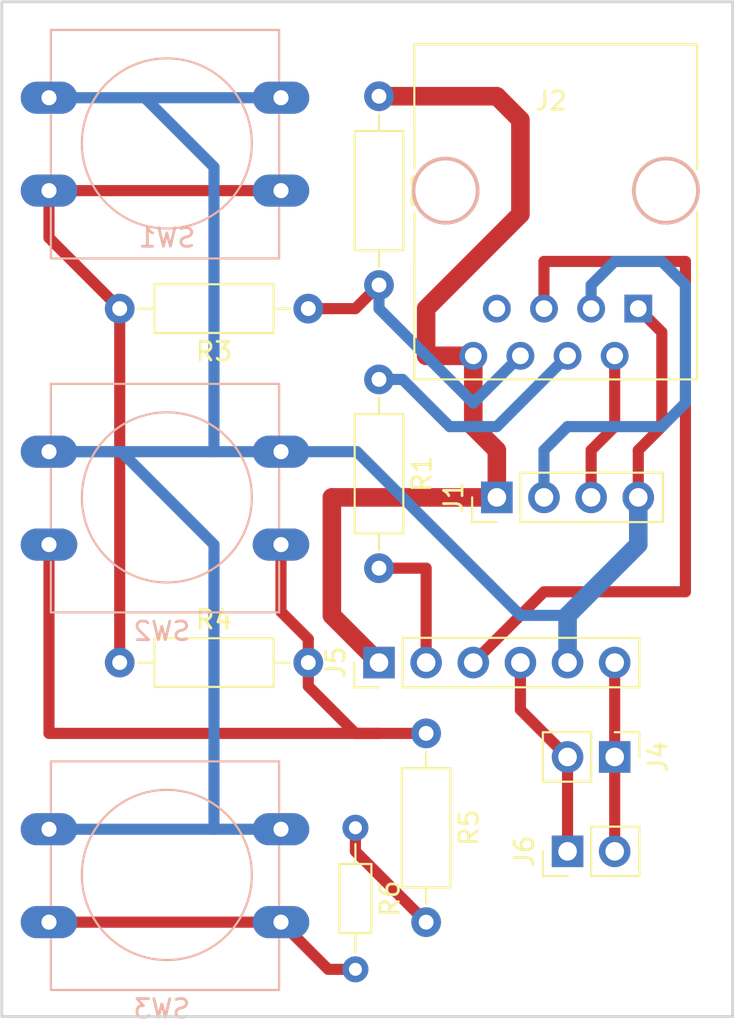
<source format=kicad_pcb>
(kicad_pcb (version 4) (host pcbnew 4.0.7-e2-6376~58~ubuntu16.04.1)

  (general
    (links 31)
    (no_connects 0)
    (area 90.094999 82.474999 129.615001 137.235001)
    (thickness 1.6)
    (drawings 9)
    (tracks 85)
    (zones 0)
    (modules 14)
    (nets 16)
  )

  (page A4)
  (layers
    (0 F.Cu signal)
    (31 B.Cu signal)
    (32 B.Adhes user)
    (33 F.Adhes user)
    (34 B.Paste user)
    (35 F.Paste user)
    (36 B.SilkS user)
    (37 F.SilkS user)
    (38 B.Mask user)
    (39 F.Mask user)
    (40 Dwgs.User user)
    (41 Cmts.User user)
    (42 Eco1.User user)
    (43 Eco2.User user)
    (44 Edge.Cuts user)
    (45 Margin user)
    (46 B.CrtYd user)
    (47 F.CrtYd user)
    (48 B.Fab user)
    (49 F.Fab user)
  )

  (setup
    (last_trace_width 0.6)
    (trace_clearance 0.6)
    (zone_clearance 0.508)
    (zone_45_only no)
    (trace_min 0.6)
    (segment_width 0.2)
    (edge_width 0.15)
    (via_size 0.6)
    (via_drill 0.3)
    (via_min_size 0.6)
    (via_min_drill 0.3)
    (uvia_size 0.4)
    (uvia_drill 0.3)
    (uvias_allowed no)
    (uvia_min_size 0.4)
    (uvia_min_drill 0.3)
    (pcb_text_width 0.3)
    (pcb_text_size 1.5 1.5)
    (mod_edge_width 0.15)
    (mod_text_size 1 1)
    (mod_text_width 0.15)
    (pad_size 1.524 1.524)
    (pad_drill 0.762)
    (pad_to_mask_clearance 0.2)
    (aux_axis_origin 90.17 149.86)
    (visible_elements FFFFFF7F)
    (pcbplotparams
      (layerselection 0x00030_80000001)
      (usegerberextensions false)
      (excludeedgelayer true)
      (linewidth 0.100000)
      (plotframeref false)
      (viasonmask false)
      (mode 1)
      (useauxorigin false)
      (hpglpennumber 1)
      (hpglpenspeed 20)
      (hpglpendiameter 15)
      (hpglpenoverlay 2)
      (psnegative false)
      (psa4output false)
      (plotreference true)
      (plotvalue true)
      (plotinvisibletext false)
      (padsonsilk false)
      (subtractmaskfromsilk false)
      (outputformat 1)
      (mirror false)
      (drillshape 1)
      (scaleselection 1)
      (outputdirectory ""))
  )

  (net 0 "")
  (net 1 +5V)
  (net 2 "Net-(J1-Pad2)")
  (net 3 "Net-(J1-Pad3)")
  (net 4 GND)
  (net 5 "Net-(J2-Pad4)")
  (net 6 "Net-(J2-Pad5)")
  (net 7 A0)
  (net 8 "Net-(J2-Pad7)")
  (net 9 "Net-(J5-Pad2)")
  (net 10 "Net-(R3-Pad2)")
  (net 11 "Net-(R4-Pad2)")
  (net 12 "Net-(R5-Pad2)")
  (net 13 "Net-(R6-Pad2)")
  (net 14 SPK+)
  (net 15 SPK-)

  (net_class Default "This is the default net class."
    (clearance 0.6)
    (trace_width 0.6)
    (via_dia 0.6)
    (via_drill 0.3)
    (uvia_dia 0.4)
    (uvia_drill 0.3)
    (add_net A0)
    (add_net "Net-(J1-Pad2)")
    (add_net "Net-(J1-Pad3)")
    (add_net "Net-(J2-Pad4)")
    (add_net "Net-(J2-Pad5)")
    (add_net "Net-(J2-Pad7)")
    (add_net "Net-(J5-Pad2)")
    (add_net "Net-(R3-Pad2)")
    (add_net "Net-(R4-Pad2)")
    (add_net "Net-(R5-Pad2)")
    (add_net "Net-(R6-Pad2)")
    (add_net SPK+)
    (add_net SPK-)
  )

  (net_class PWR ""
    (clearance 0.6)
    (trace_width 0.6)
    (via_dia 0.6)
    (via_drill 0.3)
    (uvia_dia 0.4)
    (uvia_drill 0.3)
    (add_net +5V)
    (add_net GND)
  )

  (module Buttons_Switches_THT:SW_PUSH-12mm (layer B.Cu) (tedit 5A18E431) (tstamp 5A18D4EB)
    (at 92.71 132.08)
    (descr "SW PUSH 12mm https://www.e-switch.com/system/asset/product_line/data_sheet/143/TL1100.pdf")
    (tags "tact sw push 12mm")
    (path /5A18DB65)
    (fp_text reference SW3 (at 6.08 4.66) (layer B.SilkS)
      (effects (font (size 1 1) (thickness 0.15)) (justify mirror))
    )
    (fp_text value SW_SELECT (at 6.35 -7.62) (layer B.Fab)
      (effects (font (size 1 1) (thickness 0.15)) (justify mirror))
    )
    (fp_line (start 0.25 -8.5) (end 12.25 -8.5) (layer B.Fab) (width 0.1))
    (fp_line (start 0.25 3.5) (end 12.25 3.5) (layer B.Fab) (width 0.1))
    (fp_line (start 12.25 3.5) (end 12.25 -8.5) (layer B.Fab) (width 0.1))
    (fp_text user %R (at 6.35 -2.54) (layer B.Fab)
      (effects (font (size 1 1) (thickness 0.15)) (justify mirror))
    )
    (fp_line (start 0.1 3.65) (end 12.4 3.65) (layer B.SilkS) (width 0.12))
    (fp_line (start 12.4 -0.93) (end 12.4 -4.07) (layer B.SilkS) (width 0.12))
    (fp_line (start 12.4 -8.65) (end 0.1 -8.65) (layer B.SilkS) (width 0.12))
    (fp_line (start 0.1 0.93) (end 0.1 3.65) (layer B.SilkS) (width 0.12))
    (fp_line (start -1.77 3.75) (end 14.25 3.75) (layer B.CrtYd) (width 0.05))
    (fp_line (start -1.77 3.75) (end -1.77 -8.75) (layer B.CrtYd) (width 0.05))
    (fp_line (start 14.25 -8.75) (end 14.25 3.75) (layer B.CrtYd) (width 0.05))
    (fp_line (start 14.25 -8.75) (end -1.77 -8.75) (layer B.CrtYd) (width 0.05))
    (fp_circle (center 6.35 -2.54) (end 10.16 -5.08) (layer B.SilkS) (width 0.12))
    (fp_line (start 0.25 3.5) (end 0.25 -8.5) (layer B.Fab) (width 0.1))
    (fp_line (start 0.1 -8.65) (end 0.1 -5.93) (layer B.SilkS) (width 0.12))
    (fp_line (start 0.1 -4.07) (end 0.1 -0.93) (layer B.SilkS) (width 0.12))
    (fp_line (start 12.4 -5.93) (end 12.4 -8.65) (layer B.SilkS) (width 0.12))
    (fp_line (start 12.4 3.65) (end 12.4 0.93) (layer B.SilkS) (width 0.12))
    (pad 1 thru_hole oval (at 12.5 0) (size 3.048 1.7272) (drill 0.8128) (layers *.Cu *.Mask)
      (net 13 "Net-(R6-Pad2)"))
    (pad 2 thru_hole oval (at 12.5 -5) (size 3.048 1.7272) (drill 0.8128) (layers *.Cu *.Mask)
      (net 4 GND))
    (pad 1 thru_hole oval (at 0 0) (size 3.048 1.7272) (drill 0.8128) (layers *.Cu *.Mask)
      (net 13 "Net-(R6-Pad2)"))
    (pad 2 thru_hole oval (at 0 -5) (size 3.048 1.7272) (drill 0.8128) (layers *.Cu *.Mask)
      (net 4 GND))
    (model ${KISYS3DMOD}/Buttons_Switches_THT.3dshapes/SW_PUSH-12mm.wrl
      (at (xyz 0.248 -0.1 0))
      (scale (xyz 3.93701 3.93701 3.93701))
      (rotate (xyz 0 0 0))
    )
  )

  (module Buttons_Switches_THT:SW_PUSH-12mm (layer B.Cu) (tedit 5A18E43C) (tstamp 5A18D4E3)
    (at 92.71 111.76)
    (descr "SW PUSH 12mm https://www.e-switch.com/system/asset/product_line/data_sheet/143/TL1100.pdf")
    (tags "tact sw push 12mm")
    (path /5A18D957)
    (fp_text reference SW2 (at 6.08 4.66) (layer B.SilkS)
      (effects (font (size 1 1) (thickness 0.15)) (justify mirror))
    )
    (fp_text value SW_DOWN (at 3.81 -7.62) (layer B.Fab)
      (effects (font (size 1 1) (thickness 0.15)) (justify mirror))
    )
    (fp_line (start 0.25 -8.5) (end 12.25 -8.5) (layer B.Fab) (width 0.1))
    (fp_line (start 0.25 3.5) (end 12.25 3.5) (layer B.Fab) (width 0.1))
    (fp_line (start 12.25 3.5) (end 12.25 -8.5) (layer B.Fab) (width 0.1))
    (fp_text user %R (at 6.35 -2.54) (layer B.Fab)
      (effects (font (size 1 1) (thickness 0.15)) (justify mirror))
    )
    (fp_line (start 0.1 3.65) (end 12.4 3.65) (layer B.SilkS) (width 0.12))
    (fp_line (start 12.4 -0.93) (end 12.4 -4.07) (layer B.SilkS) (width 0.12))
    (fp_line (start 12.4 -8.65) (end 0.1 -8.65) (layer B.SilkS) (width 0.12))
    (fp_line (start 0.1 0.93) (end 0.1 3.65) (layer B.SilkS) (width 0.12))
    (fp_line (start -1.77 3.75) (end 14.25 3.75) (layer B.CrtYd) (width 0.05))
    (fp_line (start -1.77 3.75) (end -1.77 -8.75) (layer B.CrtYd) (width 0.05))
    (fp_line (start 14.25 -8.75) (end 14.25 3.75) (layer B.CrtYd) (width 0.05))
    (fp_line (start 14.25 -8.75) (end -1.77 -8.75) (layer B.CrtYd) (width 0.05))
    (fp_circle (center 6.35 -2.54) (end 10.16 -5.08) (layer B.SilkS) (width 0.12))
    (fp_line (start 0.25 3.5) (end 0.25 -8.5) (layer B.Fab) (width 0.1))
    (fp_line (start 0.1 -8.65) (end 0.1 -5.93) (layer B.SilkS) (width 0.12))
    (fp_line (start 0.1 -4.07) (end 0.1 -0.93) (layer B.SilkS) (width 0.12))
    (fp_line (start 12.4 -5.93) (end 12.4 -8.65) (layer B.SilkS) (width 0.12))
    (fp_line (start 12.4 3.65) (end 12.4 0.93) (layer B.SilkS) (width 0.12))
    (pad 1 thru_hole oval (at 12.5 0) (size 3.048 1.7272) (drill 0.8128) (layers *.Cu *.Mask)
      (net 11 "Net-(R4-Pad2)"))
    (pad 2 thru_hole oval (at 12.5 -5) (size 3.048 1.7272) (drill 0.8128) (layers *.Cu *.Mask)
      (net 4 GND))
    (pad 1 thru_hole oval (at 0 0) (size 3.048 1.7272) (drill 0.8128) (layers *.Cu *.Mask)
      (net 11 "Net-(R4-Pad2)"))
    (pad 2 thru_hole oval (at 0 -5) (size 3.048 1.7272) (drill 0.8128) (layers *.Cu *.Mask)
      (net 4 GND))
    (model ${KISYS3DMOD}/Buttons_Switches_THT.3dshapes/SW_PUSH-12mm.wrl
      (at (xyz 0.248 -0.1 0))
      (scale (xyz 3.93701 3.93701 3.93701))
      (rotate (xyz 0 0 0))
    )
  )

  (module Pin_Headers:Pin_Header_Straight_1x04_Pitch2.54mm (layer F.Cu) (tedit 59650532) (tstamp 5A18D48B)
    (at 116.84 109.22 90)
    (descr "Through hole straight pin header, 1x04, 2.54mm pitch, single row")
    (tags "Through hole pin header THT 1x04 2.54mm single row")
    (path /5A18D024)
    (fp_text reference J1 (at 0 -2.33 90) (layer F.SilkS)
      (effects (font (size 1 1) (thickness 0.15)))
    )
    (fp_text value OLED (at 0 9.95 90) (layer F.Fab)
      (effects (font (size 1 1) (thickness 0.15)))
    )
    (fp_line (start -0.635 -1.27) (end 1.27 -1.27) (layer F.Fab) (width 0.1))
    (fp_line (start 1.27 -1.27) (end 1.27 8.89) (layer F.Fab) (width 0.1))
    (fp_line (start 1.27 8.89) (end -1.27 8.89) (layer F.Fab) (width 0.1))
    (fp_line (start -1.27 8.89) (end -1.27 -0.635) (layer F.Fab) (width 0.1))
    (fp_line (start -1.27 -0.635) (end -0.635 -1.27) (layer F.Fab) (width 0.1))
    (fp_line (start -1.33 8.95) (end 1.33 8.95) (layer F.SilkS) (width 0.12))
    (fp_line (start -1.33 1.27) (end -1.33 8.95) (layer F.SilkS) (width 0.12))
    (fp_line (start 1.33 1.27) (end 1.33 8.95) (layer F.SilkS) (width 0.12))
    (fp_line (start -1.33 1.27) (end 1.33 1.27) (layer F.SilkS) (width 0.12))
    (fp_line (start -1.33 0) (end -1.33 -1.33) (layer F.SilkS) (width 0.12))
    (fp_line (start -1.33 -1.33) (end 0 -1.33) (layer F.SilkS) (width 0.12))
    (fp_line (start -1.8 -1.8) (end -1.8 9.4) (layer F.CrtYd) (width 0.05))
    (fp_line (start -1.8 9.4) (end 1.8 9.4) (layer F.CrtYd) (width 0.05))
    (fp_line (start 1.8 9.4) (end 1.8 -1.8) (layer F.CrtYd) (width 0.05))
    (fp_line (start 1.8 -1.8) (end -1.8 -1.8) (layer F.CrtYd) (width 0.05))
    (fp_text user %R (at 0 3.81 180) (layer F.Fab)
      (effects (font (size 1 1) (thickness 0.15)))
    )
    (pad 1 thru_hole rect (at 0 0 90) (size 1.7 1.7) (drill 1) (layers *.Cu *.Mask)
      (net 1 +5V))
    (pad 2 thru_hole oval (at 0 2.54 90) (size 1.7 1.7) (drill 1) (layers *.Cu *.Mask)
      (net 2 "Net-(J1-Pad2)"))
    (pad 3 thru_hole oval (at 0 5.08 90) (size 1.7 1.7) (drill 1) (layers *.Cu *.Mask)
      (net 3 "Net-(J1-Pad3)"))
    (pad 4 thru_hole oval (at 0 7.62 90) (size 1.7 1.7) (drill 1) (layers *.Cu *.Mask)
      (net 4 GND))
    (model ${KISYS3DMOD}/Pin_Headers.3dshapes/Pin_Header_Straight_1x04_Pitch2.54mm.wrl
      (at (xyz 0 0 0))
      (scale (xyz 1 1 1))
      (rotate (xyz 0 0 0))
    )
  )

  (module Connectors:RJ45_8 (layer F.Cu) (tedit 0) (tstamp 5A18D499)
    (at 124.46 99.06 180)
    (tags RJ45)
    (path /5A18D069)
    (fp_text reference J2 (at 4.7 11.18 180) (layer F.SilkS)
      (effects (font (size 1 1) (thickness 0.15)))
    )
    (fp_text value TOMAIN (at 4.59 6.25 180) (layer F.Fab)
      (effects (font (size 1 1) (thickness 0.15)))
    )
    (fp_line (start -3.17 14.22) (end 12.07 14.22) (layer F.SilkS) (width 0.12))
    (fp_line (start 12.07 -3.81) (end 12.06 5.18) (layer F.SilkS) (width 0.12))
    (fp_line (start 12.07 -3.81) (end -3.17 -3.81) (layer F.SilkS) (width 0.12))
    (fp_line (start -3.17 -3.81) (end -3.17 5.19) (layer F.SilkS) (width 0.12))
    (fp_line (start 12.06 7.52) (end 12.07 14.22) (layer F.SilkS) (width 0.12))
    (fp_line (start -3.17 7.51) (end -3.17 14.22) (layer F.SilkS) (width 0.12))
    (fp_line (start -3.56 -4.06) (end 12.46 -4.06) (layer F.CrtYd) (width 0.05))
    (fp_line (start -3.56 -4.06) (end -3.56 14.47) (layer F.CrtYd) (width 0.05))
    (fp_line (start 12.46 14.47) (end 12.46 -4.06) (layer F.CrtYd) (width 0.05))
    (fp_line (start 12.46 14.47) (end -3.56 14.47) (layer F.CrtYd) (width 0.05))
    (pad Hole np_thru_hole circle (at 10.38 6.35 180) (size 3.65 3.65) (drill 3.25) (layers *.Cu *.SilkS *.Mask))
    (pad Hole np_thru_hole circle (at -1.49 6.35 180) (size 3.65 3.65) (drill 3.25) (layers *.Cu *.SilkS *.Mask))
    (pad 1 thru_hole rect (at 0 0 180) (size 1.5 1.5) (drill 0.9) (layers *.Cu *.Mask)
      (net 4 GND))
    (pad 2 thru_hole circle (at 1.27 -2.54 180) (size 1.5 1.5) (drill 0.9) (layers *.Cu *.Mask)
      (net 3 "Net-(J1-Pad3)"))
    (pad 3 thru_hole circle (at 2.54 0 180) (size 1.5 1.5) (drill 0.9) (layers *.Cu *.Mask)
      (net 2 "Net-(J1-Pad2)"))
    (pad 4 thru_hole circle (at 3.81 -2.54 180) (size 1.5 1.5) (drill 0.9) (layers *.Cu *.Mask)
      (net 5 "Net-(J2-Pad4)"))
    (pad 5 thru_hole circle (at 5.08 0 180) (size 1.5 1.5) (drill 0.9) (layers *.Cu *.Mask)
      (net 6 "Net-(J2-Pad5)"))
    (pad 6 thru_hole circle (at 6.35 -2.54 180) (size 1.5 1.5) (drill 0.9) (layers *.Cu *.Mask)
      (net 7 A0))
    (pad 7 thru_hole circle (at 7.62 0 180) (size 1.5 1.5) (drill 0.9) (layers *.Cu *.Mask)
      (net 8 "Net-(J2-Pad7)"))
    (pad 8 thru_hole circle (at 8.89 -2.54 180) (size 1.5 1.5) (drill 0.9) (layers *.Cu *.Mask)
      (net 1 +5V))
    (model ${KISYS3DMOD}/Connectors.3dshapes/RJ45_8.wrl
      (at (xyz 0.18 -0.25 0))
      (scale (xyz 0.4 0.4 0.4))
      (rotate (xyz 0 0 0))
    )
  )

  (module Pin_Headers:Pin_Header_Straight_1x02_Pitch2.54mm (layer F.Cu) (tedit 59650532) (tstamp 5A18D49F)
    (at 123.19 123.19 270)
    (descr "Through hole straight pin header, 1x02, 2.54mm pitch, single row")
    (tags "Through hole pin header THT 1x02 2.54mm single row")
    (path /5A18CFD7)
    (fp_text reference J4 (at 0 -2.33 270) (layer F.SilkS)
      (effects (font (size 1 1) (thickness 0.15)))
    )
    (fp_text value SPK (at 0 4.87 270) (layer F.Fab)
      (effects (font (size 1 1) (thickness 0.15)))
    )
    (fp_line (start -0.635 -1.27) (end 1.27 -1.27) (layer F.Fab) (width 0.1))
    (fp_line (start 1.27 -1.27) (end 1.27 3.81) (layer F.Fab) (width 0.1))
    (fp_line (start 1.27 3.81) (end -1.27 3.81) (layer F.Fab) (width 0.1))
    (fp_line (start -1.27 3.81) (end -1.27 -0.635) (layer F.Fab) (width 0.1))
    (fp_line (start -1.27 -0.635) (end -0.635 -1.27) (layer F.Fab) (width 0.1))
    (fp_line (start -1.33 3.87) (end 1.33 3.87) (layer F.SilkS) (width 0.12))
    (fp_line (start -1.33 1.27) (end -1.33 3.87) (layer F.SilkS) (width 0.12))
    (fp_line (start 1.33 1.27) (end 1.33 3.87) (layer F.SilkS) (width 0.12))
    (fp_line (start -1.33 1.27) (end 1.33 1.27) (layer F.SilkS) (width 0.12))
    (fp_line (start -1.33 0) (end -1.33 -1.33) (layer F.SilkS) (width 0.12))
    (fp_line (start -1.33 -1.33) (end 0 -1.33) (layer F.SilkS) (width 0.12))
    (fp_line (start -1.8 -1.8) (end -1.8 4.35) (layer F.CrtYd) (width 0.05))
    (fp_line (start -1.8 4.35) (end 1.8 4.35) (layer F.CrtYd) (width 0.05))
    (fp_line (start 1.8 4.35) (end 1.8 -1.8) (layer F.CrtYd) (width 0.05))
    (fp_line (start 1.8 -1.8) (end -1.8 -1.8) (layer F.CrtYd) (width 0.05))
    (fp_text user %R (at 0 1.27 360) (layer F.Fab)
      (effects (font (size 1 1) (thickness 0.15)))
    )
    (pad 1 thru_hole rect (at 0 0 270) (size 1.7 1.7) (drill 1) (layers *.Cu *.Mask)
      (net 15 SPK-))
    (pad 2 thru_hole oval (at 0 2.54 270) (size 1.7 1.7) (drill 1) (layers *.Cu *.Mask)
      (net 14 SPK+))
    (model ${KISYS3DMOD}/Pin_Headers.3dshapes/Pin_Header_Straight_1x02_Pitch2.54mm.wrl
      (at (xyz 0 0 0))
      (scale (xyz 1 1 1))
      (rotate (xyz 0 0 0))
    )
  )

  (module Pin_Headers:Pin_Header_Straight_1x06_Pitch2.54mm (layer F.Cu) (tedit 59650532) (tstamp 5A18D4A9)
    (at 110.49 118.11 90)
    (descr "Through hole straight pin header, 1x06, 2.54mm pitch, single row")
    (tags "Through hole pin header THT 1x06 2.54mm single row")
    (path /5A18D158)
    (fp_text reference J5 (at 0 -2.33 90) (layer F.SilkS)
      (effects (font (size 1 1) (thickness 0.15)))
    )
    (fp_text value DFP (at 0 15.03 90) (layer F.Fab)
      (effects (font (size 1 1) (thickness 0.15)))
    )
    (fp_line (start -0.635 -1.27) (end 1.27 -1.27) (layer F.Fab) (width 0.1))
    (fp_line (start 1.27 -1.27) (end 1.27 13.97) (layer F.Fab) (width 0.1))
    (fp_line (start 1.27 13.97) (end -1.27 13.97) (layer F.Fab) (width 0.1))
    (fp_line (start -1.27 13.97) (end -1.27 -0.635) (layer F.Fab) (width 0.1))
    (fp_line (start -1.27 -0.635) (end -0.635 -1.27) (layer F.Fab) (width 0.1))
    (fp_line (start -1.33 14.03) (end 1.33 14.03) (layer F.SilkS) (width 0.12))
    (fp_line (start -1.33 1.27) (end -1.33 14.03) (layer F.SilkS) (width 0.12))
    (fp_line (start 1.33 1.27) (end 1.33 14.03) (layer F.SilkS) (width 0.12))
    (fp_line (start -1.33 1.27) (end 1.33 1.27) (layer F.SilkS) (width 0.12))
    (fp_line (start -1.33 0) (end -1.33 -1.33) (layer F.SilkS) (width 0.12))
    (fp_line (start -1.33 -1.33) (end 0 -1.33) (layer F.SilkS) (width 0.12))
    (fp_line (start -1.8 -1.8) (end -1.8 14.5) (layer F.CrtYd) (width 0.05))
    (fp_line (start -1.8 14.5) (end 1.8 14.5) (layer F.CrtYd) (width 0.05))
    (fp_line (start 1.8 14.5) (end 1.8 -1.8) (layer F.CrtYd) (width 0.05))
    (fp_line (start 1.8 -1.8) (end -1.8 -1.8) (layer F.CrtYd) (width 0.05))
    (fp_text user %R (at 0 6.35 180) (layer F.Fab)
      (effects (font (size 1 1) (thickness 0.15)))
    )
    (pad 1 thru_hole rect (at 0 0 90) (size 1.7 1.7) (drill 1) (layers *.Cu *.Mask)
      (net 1 +5V))
    (pad 2 thru_hole oval (at 0 2.54 90) (size 1.7 1.7) (drill 1) (layers *.Cu *.Mask)
      (net 9 "Net-(J5-Pad2)"))
    (pad 3 thru_hole oval (at 0 5.08 90) (size 1.7 1.7) (drill 1) (layers *.Cu *.Mask)
      (net 6 "Net-(J2-Pad5)"))
    (pad 4 thru_hole oval (at 0 7.62 90) (size 1.7 1.7) (drill 1) (layers *.Cu *.Mask)
      (net 14 SPK+))
    (pad 5 thru_hole oval (at 0 10.16 90) (size 1.7 1.7) (drill 1) (layers *.Cu *.Mask)
      (net 4 GND))
    (pad 6 thru_hole oval (at 0 12.7 90) (size 1.7 1.7) (drill 1) (layers *.Cu *.Mask)
      (net 15 SPK-))
    (model ${KISYS3DMOD}/Pin_Headers.3dshapes/Pin_Header_Straight_1x06_Pitch2.54mm.wrl
      (at (xyz 0 0 0))
      (scale (xyz 1 1 1))
      (rotate (xyz 0 0 0))
    )
  )

  (module Pin_Headers:Pin_Header_Straight_1x02_Pitch2.54mm (layer F.Cu) (tedit 59650532) (tstamp 5A18D4AF)
    (at 120.65 128.27 90)
    (descr "Through hole straight pin header, 1x02, 2.54mm pitch, single row")
    (tags "Through hole pin header THT 1x02 2.54mm single row")
    (path /5A194BB3)
    (fp_text reference J6 (at 0 -2.33 90) (layer F.SilkS)
      (effects (font (size 1 1) (thickness 0.15)))
    )
    (fp_text value EXT_AUD (at 0 4.87 90) (layer F.Fab)
      (effects (font (size 1 1) (thickness 0.15)))
    )
    (fp_line (start -0.635 -1.27) (end 1.27 -1.27) (layer F.Fab) (width 0.1))
    (fp_line (start 1.27 -1.27) (end 1.27 3.81) (layer F.Fab) (width 0.1))
    (fp_line (start 1.27 3.81) (end -1.27 3.81) (layer F.Fab) (width 0.1))
    (fp_line (start -1.27 3.81) (end -1.27 -0.635) (layer F.Fab) (width 0.1))
    (fp_line (start -1.27 -0.635) (end -0.635 -1.27) (layer F.Fab) (width 0.1))
    (fp_line (start -1.33 3.87) (end 1.33 3.87) (layer F.SilkS) (width 0.12))
    (fp_line (start -1.33 1.27) (end -1.33 3.87) (layer F.SilkS) (width 0.12))
    (fp_line (start 1.33 1.27) (end 1.33 3.87) (layer F.SilkS) (width 0.12))
    (fp_line (start -1.33 1.27) (end 1.33 1.27) (layer F.SilkS) (width 0.12))
    (fp_line (start -1.33 0) (end -1.33 -1.33) (layer F.SilkS) (width 0.12))
    (fp_line (start -1.33 -1.33) (end 0 -1.33) (layer F.SilkS) (width 0.12))
    (fp_line (start -1.8 -1.8) (end -1.8 4.35) (layer F.CrtYd) (width 0.05))
    (fp_line (start -1.8 4.35) (end 1.8 4.35) (layer F.CrtYd) (width 0.05))
    (fp_line (start 1.8 4.35) (end 1.8 -1.8) (layer F.CrtYd) (width 0.05))
    (fp_line (start 1.8 -1.8) (end -1.8 -1.8) (layer F.CrtYd) (width 0.05))
    (fp_text user %R (at 0 1.27 180) (layer F.Fab)
      (effects (font (size 1 1) (thickness 0.15)))
    )
    (pad 1 thru_hole rect (at 0 0 90) (size 1.7 1.7) (drill 1) (layers *.Cu *.Mask)
      (net 14 SPK+))
    (pad 2 thru_hole oval (at 0 2.54 90) (size 1.7 1.7) (drill 1) (layers *.Cu *.Mask)
      (net 15 SPK-))
    (model ${KISYS3DMOD}/Pin_Headers.3dshapes/Pin_Header_Straight_1x02_Pitch2.54mm.wrl
      (at (xyz 0 0 0))
      (scale (xyz 1 1 1))
      (rotate (xyz 0 0 0))
    )
  )

  (module Resistors_THT:R_Axial_DIN0207_L6.3mm_D2.5mm_P10.16mm_Horizontal (layer F.Cu) (tedit 5874F706) (tstamp 5A18D4B5)
    (at 110.49 102.87 270)
    (descr "Resistor, Axial_DIN0207 series, Axial, Horizontal, pin pitch=10.16mm, 0.25W = 1/4W, length*diameter=6.3*2.5mm^2, http://cdn-reichelt.de/documents/datenblatt/B400/1_4W%23YAG.pdf")
    (tags "Resistor Axial_DIN0207 series Axial Horizontal pin pitch 10.16mm 0.25W = 1/4W length 6.3mm diameter 2.5mm")
    (path /5A18D5C4)
    (fp_text reference R1 (at 5.08 -2.31 270) (layer F.SilkS)
      (effects (font (size 1 1) (thickness 0.15)))
    )
    (fp_text value 1K (at 5.08 2.31 270) (layer F.Fab)
      (effects (font (size 1 1) (thickness 0.15)))
    )
    (fp_line (start 1.93 -1.25) (end 1.93 1.25) (layer F.Fab) (width 0.1))
    (fp_line (start 1.93 1.25) (end 8.23 1.25) (layer F.Fab) (width 0.1))
    (fp_line (start 8.23 1.25) (end 8.23 -1.25) (layer F.Fab) (width 0.1))
    (fp_line (start 8.23 -1.25) (end 1.93 -1.25) (layer F.Fab) (width 0.1))
    (fp_line (start 0 0) (end 1.93 0) (layer F.Fab) (width 0.1))
    (fp_line (start 10.16 0) (end 8.23 0) (layer F.Fab) (width 0.1))
    (fp_line (start 1.87 -1.31) (end 1.87 1.31) (layer F.SilkS) (width 0.12))
    (fp_line (start 1.87 1.31) (end 8.29 1.31) (layer F.SilkS) (width 0.12))
    (fp_line (start 8.29 1.31) (end 8.29 -1.31) (layer F.SilkS) (width 0.12))
    (fp_line (start 8.29 -1.31) (end 1.87 -1.31) (layer F.SilkS) (width 0.12))
    (fp_line (start 0.98 0) (end 1.87 0) (layer F.SilkS) (width 0.12))
    (fp_line (start 9.18 0) (end 8.29 0) (layer F.SilkS) (width 0.12))
    (fp_line (start -1.05 -1.6) (end -1.05 1.6) (layer F.CrtYd) (width 0.05))
    (fp_line (start -1.05 1.6) (end 11.25 1.6) (layer F.CrtYd) (width 0.05))
    (fp_line (start 11.25 1.6) (end 11.25 -1.6) (layer F.CrtYd) (width 0.05))
    (fp_line (start 11.25 -1.6) (end -1.05 -1.6) (layer F.CrtYd) (width 0.05))
    (pad 1 thru_hole circle (at 0 0 270) (size 1.6 1.6) (drill 0.8) (layers *.Cu *.Mask)
      (net 5 "Net-(J2-Pad4)"))
    (pad 2 thru_hole oval (at 10.16 0 270) (size 1.6 1.6) (drill 0.8) (layers *.Cu *.Mask)
      (net 9 "Net-(J5-Pad2)"))
    (model ${KISYS3DMOD}/Resistors_THT.3dshapes/R_Axial_DIN0207_L6.3mm_D2.5mm_P10.16mm_Horizontal.wrl
      (at (xyz 0 0 0))
      (scale (xyz 0.393701 0.393701 0.393701))
      (rotate (xyz 0 0 0))
    )
  )

  (module Resistors_THT:R_Axial_DIN0207_L6.3mm_D2.5mm_P10.16mm_Horizontal (layer F.Cu) (tedit 5874F706) (tstamp 5A18D4BB)
    (at 110.49 87.63 270)
    (descr "Resistor, Axial_DIN0207 series, Axial, Horizontal, pin pitch=10.16mm, 0.25W = 1/4W, length*diameter=6.3*2.5mm^2, http://cdn-reichelt.de/documents/datenblatt/B400/1_4W%23YAG.pdf")
    (tags "Resistor Axial_DIN0207 series Axial Horizontal pin pitch 10.16mm 0.25W = 1/4W length 6.3mm diameter 2.5mm")
    (path /5A18DBB0)
    (fp_text reference R2 (at 5.08 -2.31 270) (layer F.SilkS)
      (effects (font (size 1 1) (thickness 0.15)))
    )
    (fp_text value 2K (at 5.08 2.31 270) (layer F.Fab)
      (effects (font (size 1 1) (thickness 0.15)))
    )
    (fp_line (start 1.93 -1.25) (end 1.93 1.25) (layer F.Fab) (width 0.1))
    (fp_line (start 1.93 1.25) (end 8.23 1.25) (layer F.Fab) (width 0.1))
    (fp_line (start 8.23 1.25) (end 8.23 -1.25) (layer F.Fab) (width 0.1))
    (fp_line (start 8.23 -1.25) (end 1.93 -1.25) (layer F.Fab) (width 0.1))
    (fp_line (start 0 0) (end 1.93 0) (layer F.Fab) (width 0.1))
    (fp_line (start 10.16 0) (end 8.23 0) (layer F.Fab) (width 0.1))
    (fp_line (start 1.87 -1.31) (end 1.87 1.31) (layer F.SilkS) (width 0.12))
    (fp_line (start 1.87 1.31) (end 8.29 1.31) (layer F.SilkS) (width 0.12))
    (fp_line (start 8.29 1.31) (end 8.29 -1.31) (layer F.SilkS) (width 0.12))
    (fp_line (start 8.29 -1.31) (end 1.87 -1.31) (layer F.SilkS) (width 0.12))
    (fp_line (start 0.98 0) (end 1.87 0) (layer F.SilkS) (width 0.12))
    (fp_line (start 9.18 0) (end 8.29 0) (layer F.SilkS) (width 0.12))
    (fp_line (start -1.05 -1.6) (end -1.05 1.6) (layer F.CrtYd) (width 0.05))
    (fp_line (start -1.05 1.6) (end 11.25 1.6) (layer F.CrtYd) (width 0.05))
    (fp_line (start 11.25 1.6) (end 11.25 -1.6) (layer F.CrtYd) (width 0.05))
    (fp_line (start 11.25 -1.6) (end -1.05 -1.6) (layer F.CrtYd) (width 0.05))
    (pad 1 thru_hole circle (at 0 0 270) (size 1.6 1.6) (drill 0.8) (layers *.Cu *.Mask)
      (net 1 +5V))
    (pad 2 thru_hole oval (at 10.16 0 270) (size 1.6 1.6) (drill 0.8) (layers *.Cu *.Mask)
      (net 7 A0))
    (model ${KISYS3DMOD}/Resistors_THT.3dshapes/R_Axial_DIN0207_L6.3mm_D2.5mm_P10.16mm_Horizontal.wrl
      (at (xyz 0 0 0))
      (scale (xyz 0.393701 0.393701 0.393701))
      (rotate (xyz 0 0 0))
    )
  )

  (module Resistors_THT:R_Axial_DIN0207_L6.3mm_D2.5mm_P10.16mm_Horizontal (layer F.Cu) (tedit 5874F706) (tstamp 5A18D4C1)
    (at 106.68 99.06 180)
    (descr "Resistor, Axial_DIN0207 series, Axial, Horizontal, pin pitch=10.16mm, 0.25W = 1/4W, length*diameter=6.3*2.5mm^2, http://cdn-reichelt.de/documents/datenblatt/B400/1_4W%23YAG.pdf")
    (tags "Resistor Axial_DIN0207 series Axial Horizontal pin pitch 10.16mm 0.25W = 1/4W length 6.3mm diameter 2.5mm")
    (path /5A18DBF1)
    (fp_text reference R3 (at 5.08 -2.31 180) (layer F.SilkS)
      (effects (font (size 1 1) (thickness 0.15)))
    )
    (fp_text value 330 (at 5.08 2.31 180) (layer F.Fab)
      (effects (font (size 1 1) (thickness 0.15)))
    )
    (fp_line (start 1.93 -1.25) (end 1.93 1.25) (layer F.Fab) (width 0.1))
    (fp_line (start 1.93 1.25) (end 8.23 1.25) (layer F.Fab) (width 0.1))
    (fp_line (start 8.23 1.25) (end 8.23 -1.25) (layer F.Fab) (width 0.1))
    (fp_line (start 8.23 -1.25) (end 1.93 -1.25) (layer F.Fab) (width 0.1))
    (fp_line (start 0 0) (end 1.93 0) (layer F.Fab) (width 0.1))
    (fp_line (start 10.16 0) (end 8.23 0) (layer F.Fab) (width 0.1))
    (fp_line (start 1.87 -1.31) (end 1.87 1.31) (layer F.SilkS) (width 0.12))
    (fp_line (start 1.87 1.31) (end 8.29 1.31) (layer F.SilkS) (width 0.12))
    (fp_line (start 8.29 1.31) (end 8.29 -1.31) (layer F.SilkS) (width 0.12))
    (fp_line (start 8.29 -1.31) (end 1.87 -1.31) (layer F.SilkS) (width 0.12))
    (fp_line (start 0.98 0) (end 1.87 0) (layer F.SilkS) (width 0.12))
    (fp_line (start 9.18 0) (end 8.29 0) (layer F.SilkS) (width 0.12))
    (fp_line (start -1.05 -1.6) (end -1.05 1.6) (layer F.CrtYd) (width 0.05))
    (fp_line (start -1.05 1.6) (end 11.25 1.6) (layer F.CrtYd) (width 0.05))
    (fp_line (start 11.25 1.6) (end 11.25 -1.6) (layer F.CrtYd) (width 0.05))
    (fp_line (start 11.25 -1.6) (end -1.05 -1.6) (layer F.CrtYd) (width 0.05))
    (pad 1 thru_hole circle (at 0 0 180) (size 1.6 1.6) (drill 0.8) (layers *.Cu *.Mask)
      (net 7 A0))
    (pad 2 thru_hole oval (at 10.16 0 180) (size 1.6 1.6) (drill 0.8) (layers *.Cu *.Mask)
      (net 10 "Net-(R3-Pad2)"))
    (model ${KISYS3DMOD}/Resistors_THT.3dshapes/R_Axial_DIN0207_L6.3mm_D2.5mm_P10.16mm_Horizontal.wrl
      (at (xyz 0 0 0))
      (scale (xyz 0.393701 0.393701 0.393701))
      (rotate (xyz 0 0 0))
    )
  )

  (module Resistors_THT:R_Axial_DIN0207_L6.3mm_D2.5mm_P10.16mm_Horizontal (layer F.Cu) (tedit 5874F706) (tstamp 5A18D4C7)
    (at 96.52 118.11)
    (descr "Resistor, Axial_DIN0207 series, Axial, Horizontal, pin pitch=10.16mm, 0.25W = 1/4W, length*diameter=6.3*2.5mm^2, http://cdn-reichelt.de/documents/datenblatt/B400/1_4W%23YAG.pdf")
    (tags "Resistor Axial_DIN0207 series Axial Horizontal pin pitch 10.16mm 0.25W = 1/4W length 6.3mm diameter 2.5mm")
    (path /5A18DC28)
    (fp_text reference R4 (at 5.08 -2.31) (layer F.SilkS)
      (effects (font (size 1 1) (thickness 0.15)))
    )
    (fp_text value 620 (at 5.08 2.31) (layer F.Fab)
      (effects (font (size 1 1) (thickness 0.15)))
    )
    (fp_line (start 1.93 -1.25) (end 1.93 1.25) (layer F.Fab) (width 0.1))
    (fp_line (start 1.93 1.25) (end 8.23 1.25) (layer F.Fab) (width 0.1))
    (fp_line (start 8.23 1.25) (end 8.23 -1.25) (layer F.Fab) (width 0.1))
    (fp_line (start 8.23 -1.25) (end 1.93 -1.25) (layer F.Fab) (width 0.1))
    (fp_line (start 0 0) (end 1.93 0) (layer F.Fab) (width 0.1))
    (fp_line (start 10.16 0) (end 8.23 0) (layer F.Fab) (width 0.1))
    (fp_line (start 1.87 -1.31) (end 1.87 1.31) (layer F.SilkS) (width 0.12))
    (fp_line (start 1.87 1.31) (end 8.29 1.31) (layer F.SilkS) (width 0.12))
    (fp_line (start 8.29 1.31) (end 8.29 -1.31) (layer F.SilkS) (width 0.12))
    (fp_line (start 8.29 -1.31) (end 1.87 -1.31) (layer F.SilkS) (width 0.12))
    (fp_line (start 0.98 0) (end 1.87 0) (layer F.SilkS) (width 0.12))
    (fp_line (start 9.18 0) (end 8.29 0) (layer F.SilkS) (width 0.12))
    (fp_line (start -1.05 -1.6) (end -1.05 1.6) (layer F.CrtYd) (width 0.05))
    (fp_line (start -1.05 1.6) (end 11.25 1.6) (layer F.CrtYd) (width 0.05))
    (fp_line (start 11.25 1.6) (end 11.25 -1.6) (layer F.CrtYd) (width 0.05))
    (fp_line (start 11.25 -1.6) (end -1.05 -1.6) (layer F.CrtYd) (width 0.05))
    (pad 1 thru_hole circle (at 0 0) (size 1.6 1.6) (drill 0.8) (layers *.Cu *.Mask)
      (net 10 "Net-(R3-Pad2)"))
    (pad 2 thru_hole oval (at 10.16 0) (size 1.6 1.6) (drill 0.8) (layers *.Cu *.Mask)
      (net 11 "Net-(R4-Pad2)"))
    (model ${KISYS3DMOD}/Resistors_THT.3dshapes/R_Axial_DIN0207_L6.3mm_D2.5mm_P10.16mm_Horizontal.wrl
      (at (xyz 0 0 0))
      (scale (xyz 0.393701 0.393701 0.393701))
      (rotate (xyz 0 0 0))
    )
  )

  (module Resistors_THT:R_Axial_DIN0207_L6.3mm_D2.5mm_P10.16mm_Horizontal (layer F.Cu) (tedit 5874F706) (tstamp 5A18D4CD)
    (at 113.03 121.92 270)
    (descr "Resistor, Axial_DIN0207 series, Axial, Horizontal, pin pitch=10.16mm, 0.25W = 1/4W, length*diameter=6.3*2.5mm^2, http://cdn-reichelt.de/documents/datenblatt/B400/1_4W%23YAG.pdf")
    (tags "Resistor Axial_DIN0207 series Axial Horizontal pin pitch 10.16mm 0.25W = 1/4W length 6.3mm diameter 2.5mm")
    (path /5A18DC69)
    (fp_text reference R5 (at 5.08 -2.31 270) (layer F.SilkS)
      (effects (font (size 1 1) (thickness 0.15)))
    )
    (fp_text value 1K (at 5.08 2.31 270) (layer F.Fab)
      (effects (font (size 1 1) (thickness 0.15)))
    )
    (fp_line (start 1.93 -1.25) (end 1.93 1.25) (layer F.Fab) (width 0.1))
    (fp_line (start 1.93 1.25) (end 8.23 1.25) (layer F.Fab) (width 0.1))
    (fp_line (start 8.23 1.25) (end 8.23 -1.25) (layer F.Fab) (width 0.1))
    (fp_line (start 8.23 -1.25) (end 1.93 -1.25) (layer F.Fab) (width 0.1))
    (fp_line (start 0 0) (end 1.93 0) (layer F.Fab) (width 0.1))
    (fp_line (start 10.16 0) (end 8.23 0) (layer F.Fab) (width 0.1))
    (fp_line (start 1.87 -1.31) (end 1.87 1.31) (layer F.SilkS) (width 0.12))
    (fp_line (start 1.87 1.31) (end 8.29 1.31) (layer F.SilkS) (width 0.12))
    (fp_line (start 8.29 1.31) (end 8.29 -1.31) (layer F.SilkS) (width 0.12))
    (fp_line (start 8.29 -1.31) (end 1.87 -1.31) (layer F.SilkS) (width 0.12))
    (fp_line (start 0.98 0) (end 1.87 0) (layer F.SilkS) (width 0.12))
    (fp_line (start 9.18 0) (end 8.29 0) (layer F.SilkS) (width 0.12))
    (fp_line (start -1.05 -1.6) (end -1.05 1.6) (layer F.CrtYd) (width 0.05))
    (fp_line (start -1.05 1.6) (end 11.25 1.6) (layer F.CrtYd) (width 0.05))
    (fp_line (start 11.25 1.6) (end 11.25 -1.6) (layer F.CrtYd) (width 0.05))
    (fp_line (start 11.25 -1.6) (end -1.05 -1.6) (layer F.CrtYd) (width 0.05))
    (pad 1 thru_hole circle (at 0 0 270) (size 1.6 1.6) (drill 0.8) (layers *.Cu *.Mask)
      (net 11 "Net-(R4-Pad2)"))
    (pad 2 thru_hole oval (at 10.16 0 270) (size 1.6 1.6) (drill 0.8) (layers *.Cu *.Mask)
      (net 12 "Net-(R5-Pad2)"))
    (model ${KISYS3DMOD}/Resistors_THT.3dshapes/R_Axial_DIN0207_L6.3mm_D2.5mm_P10.16mm_Horizontal.wrl
      (at (xyz 0 0 0))
      (scale (xyz 0.393701 0.393701 0.393701))
      (rotate (xyz 0 0 0))
    )
  )

  (module Resistors_THT:R_Axial_DIN0204_L3.6mm_D1.6mm_P7.62mm_Horizontal (layer F.Cu) (tedit 5874F706) (tstamp 5A18D4D3)
    (at 109.22 127 270)
    (descr "Resistor, Axial_DIN0204 series, Axial, Horizontal, pin pitch=7.62mm, 0.16666666666666666W = 1/6W, length*diameter=3.6*1.6mm^2, http://cdn-reichelt.de/documents/datenblatt/B400/1_4W%23YAG.pdf")
    (tags "Resistor Axial_DIN0204 series Axial Horizontal pin pitch 7.62mm 0.16666666666666666W = 1/6W length 3.6mm diameter 1.6mm")
    (path /5A18DCB2)
    (fp_text reference R6 (at 3.81 -1.86 270) (layer F.SilkS)
      (effects (font (size 1 1) (thickness 0.15)))
    )
    (fp_text value 3.3K (at 3.81 1.86 270) (layer F.Fab)
      (effects (font (size 1 1) (thickness 0.15)))
    )
    (fp_line (start 2.01 -0.8) (end 2.01 0.8) (layer F.Fab) (width 0.1))
    (fp_line (start 2.01 0.8) (end 5.61 0.8) (layer F.Fab) (width 0.1))
    (fp_line (start 5.61 0.8) (end 5.61 -0.8) (layer F.Fab) (width 0.1))
    (fp_line (start 5.61 -0.8) (end 2.01 -0.8) (layer F.Fab) (width 0.1))
    (fp_line (start 0 0) (end 2.01 0) (layer F.Fab) (width 0.1))
    (fp_line (start 7.62 0) (end 5.61 0) (layer F.Fab) (width 0.1))
    (fp_line (start 1.95 -0.86) (end 1.95 0.86) (layer F.SilkS) (width 0.12))
    (fp_line (start 1.95 0.86) (end 5.67 0.86) (layer F.SilkS) (width 0.12))
    (fp_line (start 5.67 0.86) (end 5.67 -0.86) (layer F.SilkS) (width 0.12))
    (fp_line (start 5.67 -0.86) (end 1.95 -0.86) (layer F.SilkS) (width 0.12))
    (fp_line (start 0.88 0) (end 1.95 0) (layer F.SilkS) (width 0.12))
    (fp_line (start 6.74 0) (end 5.67 0) (layer F.SilkS) (width 0.12))
    (fp_line (start -0.95 -1.15) (end -0.95 1.15) (layer F.CrtYd) (width 0.05))
    (fp_line (start -0.95 1.15) (end 8.6 1.15) (layer F.CrtYd) (width 0.05))
    (fp_line (start 8.6 1.15) (end 8.6 -1.15) (layer F.CrtYd) (width 0.05))
    (fp_line (start 8.6 -1.15) (end -0.95 -1.15) (layer F.CrtYd) (width 0.05))
    (pad 1 thru_hole circle (at 0 0 270) (size 1.4 1.4) (drill 0.7) (layers *.Cu *.Mask)
      (net 12 "Net-(R5-Pad2)"))
    (pad 2 thru_hole oval (at 7.62 0 270) (size 1.4 1.4) (drill 0.7) (layers *.Cu *.Mask)
      (net 13 "Net-(R6-Pad2)"))
    (model ${KISYS3DMOD}/Resistors_THT.3dshapes/R_Axial_DIN0204_L3.6mm_D1.6mm_P7.62mm_Horizontal.wrl
      (at (xyz 0 0 0))
      (scale (xyz 0.393701 0.393701 0.393701))
      (rotate (xyz 0 0 0))
    )
  )

  (module Buttons_Switches_THT:SW_PUSH-12mm (layer B.Cu) (tedit 5A18E440) (tstamp 5A18D4DB)
    (at 92.71 92.71)
    (descr "SW PUSH 12mm https://www.e-switch.com/system/asset/product_line/data_sheet/143/TL1100.pdf")
    (tags "tact sw push 12mm")
    (path /5A18D8EC)
    (fp_text reference SW1 (at 6.35 2.54) (layer B.SilkS)
      (effects (font (size 1 1) (thickness 0.15)) (justify mirror))
    )
    (fp_text value SW_UP (at 6.35 -7.62) (layer B.Fab)
      (effects (font (size 1 1) (thickness 0.15)) (justify mirror))
    )
    (fp_line (start 0.25 -8.5) (end 12.25 -8.5) (layer B.Fab) (width 0.1))
    (fp_line (start 0.25 3.5) (end 12.25 3.5) (layer B.Fab) (width 0.1))
    (fp_line (start 12.25 3.5) (end 12.25 -8.5) (layer B.Fab) (width 0.1))
    (fp_text user %R (at 6.35 -2.54) (layer B.Fab)
      (effects (font (size 1 1) (thickness 0.15)) (justify mirror))
    )
    (fp_line (start 0.1 3.65) (end 12.4 3.65) (layer B.SilkS) (width 0.12))
    (fp_line (start 12.4 -0.93) (end 12.4 -4.07) (layer B.SilkS) (width 0.12))
    (fp_line (start 12.4 -8.65) (end 0.1 -8.65) (layer B.SilkS) (width 0.12))
    (fp_line (start 0.1 0.93) (end 0.1 3.65) (layer B.SilkS) (width 0.12))
    (fp_line (start -1.77 3.75) (end 14.25 3.75) (layer B.CrtYd) (width 0.05))
    (fp_line (start -1.77 3.75) (end -1.77 -8.75) (layer B.CrtYd) (width 0.05))
    (fp_line (start 14.25 -8.75) (end 14.25 3.75) (layer B.CrtYd) (width 0.05))
    (fp_line (start 14.25 -8.75) (end -1.77 -8.75) (layer B.CrtYd) (width 0.05))
    (fp_circle (center 6.35 -2.54) (end 10.16 -5.08) (layer B.SilkS) (width 0.12))
    (fp_line (start 0.25 3.5) (end 0.25 -8.5) (layer B.Fab) (width 0.1))
    (fp_line (start 0.1 -8.65) (end 0.1 -5.93) (layer B.SilkS) (width 0.12))
    (fp_line (start 0.1 -4.07) (end 0.1 -0.93) (layer B.SilkS) (width 0.12))
    (fp_line (start 12.4 -5.93) (end 12.4 -8.65) (layer B.SilkS) (width 0.12))
    (fp_line (start 12.4 3.65) (end 12.4 0.93) (layer B.SilkS) (width 0.12))
    (pad 1 thru_hole oval (at 12.5 0) (size 3.048 1.7272) (drill 0.8128) (layers *.Cu *.Mask)
      (net 10 "Net-(R3-Pad2)"))
    (pad 2 thru_hole oval (at 12.5 -5) (size 3.048 1.7272) (drill 0.8128) (layers *.Cu *.Mask)
      (net 4 GND))
    (pad 1 thru_hole oval (at 0 0) (size 3.048 1.7272) (drill 0.8128) (layers *.Cu *.Mask)
      (net 10 "Net-(R3-Pad2)"))
    (pad 2 thru_hole oval (at 0 -5) (size 3.048 1.7272) (drill 0.8128) (layers *.Cu *.Mask)
      (net 4 GND))
    (model ${KISYS3DMOD}/Buttons_Switches_THT.3dshapes/SW_PUSH-12mm.wrl
      (at (xyz 0.248 -0.1 0))
      (scale (xyz 3.93701 3.93701 3.93701))
      (rotate (xyz 0 0 0))
    )
  )

  (gr_line (start 90.17 137.16) (end 90.17 82.55) (angle 90) (layer Dwgs.User) (width 0.2))
  (gr_line (start 129.54 137.16) (end 90.17 137.16) (angle 90) (layer Dwgs.User) (width 0.2))
  (gr_line (start 129.54 82.55) (end 129.54 137.16) (angle 90) (layer Dwgs.User) (width 0.2))
  (gr_line (start 90.17 82.55) (end 129.54 82.55) (angle 90) (layer Dwgs.User) (width 0.2))
  (gr_line (start 90.17 137.16) (end 90.17 82.55) (angle 90) (layer Edge.Cuts) (width 0.15))
  (gr_line (start 129.54 137.16) (end 90.17 137.16) (angle 90) (layer Edge.Cuts) (width 0.15))
  (gr_line (start 129.54 82.55) (end 129.54 137.16) (angle 90) (layer Edge.Cuts) (width 0.15))
  (gr_line (start 90.17 82.55) (end 129.54 82.55) (angle 90) (layer Edge.Cuts) (width 0.15))
  (gr_text "BPoint v1.0" (at 120.65 135.89) (layer Dwgs.User)
    (effects (font (size 1.5 1.5) (thickness 0.3)))
  )

  (segment (start 110.49 118.11) (end 107.95 115.57) (width 1) (layer F.Cu) (net 1))
  (segment (start 107.95 109.22) (end 116.84 109.22) (width 1) (layer F.Cu) (net 1) (tstamp 5A18E38A))
  (segment (start 107.95 115.57) (end 107.95 109.22) (width 1) (layer F.Cu) (net 1) (tstamp 5A18E389))
  (segment (start 115.57 101.6) (end 115.57 105.41) (width 1) (layer F.Cu) (net 1))
  (segment (start 116.84 106.68) (end 116.84 109.22) (width 1) (layer F.Cu) (net 1) (tstamp 5A18E380))
  (segment (start 115.57 105.41) (end 116.84 106.68) (width 1) (layer F.Cu) (net 1) (tstamp 5A18E37E))
  (segment (start 110.49 87.63) (end 116.84 87.63) (width 1) (layer F.Cu) (net 1))
  (segment (start 113.03 101.6) (end 115.57 101.6) (width 1) (layer F.Cu) (net 1) (tstamp 5A18E373))
  (segment (start 113.03 99.06) (end 113.03 101.6) (width 1) (layer F.Cu) (net 1) (tstamp 5A18E370))
  (segment (start 118.11 93.98) (end 113.03 99.06) (width 1) (layer F.Cu) (net 1) (tstamp 5A18E36D))
  (segment (start 118.11 88.9) (end 118.11 93.98) (width 1) (layer F.Cu) (net 1) (tstamp 5A18E36C))
  (segment (start 116.84 87.63) (end 118.11 88.9) (width 1) (layer F.Cu) (net 1) (tstamp 5A18E369))
  (segment (start 119.38 109.22) (end 119.38 106.68) (width 0.6) (layer B.Cu) (net 2))
  (segment (start 121.92 97.79) (end 121.92 99.06) (width 0.6) (layer B.Cu) (net 2) (tstamp 5A18E3CC))
  (segment (start 123.19 96.52) (end 121.92 97.79) (width 0.6) (layer B.Cu) (net 2) (tstamp 5A18E3C9))
  (segment (start 125.73 96.52) (end 123.19 96.52) (width 0.6) (layer B.Cu) (net 2) (tstamp 5A18E3C8))
  (segment (start 127 97.79) (end 125.73 96.52) (width 0.6) (layer B.Cu) (net 2) (tstamp 5A18E3C7))
  (segment (start 127 104.14) (end 127 97.79) (width 0.6) (layer B.Cu) (net 2) (tstamp 5A18E3C5))
  (segment (start 125.73 105.41) (end 127 104.14) (width 0.6) (layer B.Cu) (net 2) (tstamp 5A18E3C3))
  (segment (start 120.65 105.41) (end 125.73 105.41) (width 0.6) (layer B.Cu) (net 2) (tstamp 5A18E3BF))
  (segment (start 119.38 106.68) (end 120.65 105.41) (width 0.6) (layer B.Cu) (net 2) (tstamp 5A18E3BD))
  (segment (start 123.19 101.6) (end 123.19 105.41) (width 0.6) (layer F.Cu) (net 3))
  (segment (start 121.92 106.68) (end 121.92 109.22) (width 0.6) (layer F.Cu) (net 3) (tstamp 5A18E238))
  (segment (start 123.19 105.41) (end 121.92 106.68) (width 0.6) (layer F.Cu) (net 3) (tstamp 5A18E237))
  (segment (start 105.21 106.76) (end 109.3 106.76) (width 0.6) (layer B.Cu) (net 4))
  (segment (start 118.11 115.57) (end 120.65 115.57) (width 0.6) (layer B.Cu) (net 4) (tstamp 5A18E847))
  (segment (start 109.3 106.76) (end 118.11 115.57) (width 0.6) (layer B.Cu) (net 4) (tstamp 5A18E841))
  (segment (start 92.71 87.71) (end 97.87 87.71) (width 0.6) (layer B.Cu) (net 4))
  (segment (start 101.6 91.44) (end 101.6 106.76) (width 0.6) (layer B.Cu) (net 4) (tstamp 5A18E814))
  (segment (start 97.87 87.71) (end 101.6 91.44) (width 0.6) (layer B.Cu) (net 4) (tstamp 5A18E812))
  (segment (start 92.71 106.76) (end 96.6 106.76) (width 0.6) (layer B.Cu) (net 4))
  (segment (start 101.6 111.76) (end 101.6 127.08) (width 0.6) (layer B.Cu) (net 4) (tstamp 5A18E80C))
  (segment (start 96.6 106.76) (end 101.6 111.76) (width 0.6) (layer B.Cu) (net 4) (tstamp 5A18E80A))
  (segment (start 92.71 127.08) (end 101.6 127.08) (width 0.6) (layer B.Cu) (net 4))
  (segment (start 101.6 127.08) (end 105.21 127.08) (width 0.6) (layer B.Cu) (net 4) (tstamp 5A18E810))
  (segment (start 92.71 106.76) (end 101.6 106.76) (width 0.6) (layer B.Cu) (net 4))
  (segment (start 101.6 106.76) (end 105.21 106.76) (width 0.6) (layer B.Cu) (net 4) (tstamp 5A18E818))
  (segment (start 92.71 87.71) (end 105.21 87.71) (width 0.6) (layer B.Cu) (net 4))
  (segment (start 124.46 99.06) (end 125.73 100.33) (width 0.6) (layer F.Cu) (net 4))
  (segment (start 124.46 106.68) (end 124.46 109.22) (width 0.6) (layer F.Cu) (net 4) (tstamp 5A18E662))
  (segment (start 125.73 105.41) (end 124.46 106.68) (width 0.6) (layer F.Cu) (net 4) (tstamp 5A18E660))
  (segment (start 125.73 100.33) (end 125.73 105.41) (width 0.6) (layer F.Cu) (net 4) (tstamp 5A18E65F))
  (segment (start 124.46 109.22) (end 124.46 111.76) (width 1) (layer B.Cu) (net 4))
  (segment (start 124.46 111.76) (end 120.65 115.57) (width 1) (layer B.Cu) (net 4) (tstamp 5A18E335))
  (segment (start 120.65 115.57) (end 120.65 118.11) (width 1) (layer B.Cu) (net 4) (tstamp 5A18E338))
  (segment (start 110.49 102.87) (end 111.76 102.87) (width 0.6) (layer B.Cu) (net 5))
  (segment (start 116.84 105.41) (end 120.65 101.6) (width 0.6) (layer B.Cu) (net 5) (tstamp 5A18E3AD))
  (segment (start 114.3 105.41) (end 116.84 105.41) (width 0.6) (layer B.Cu) (net 5) (tstamp 5A18E3AB))
  (segment (start 111.76 102.87) (end 114.3 105.41) (width 0.6) (layer B.Cu) (net 5) (tstamp 5A18E3A9))
  (segment (start 119.38 99.06) (end 119.38 96.52) (width 0.6) (layer F.Cu) (net 6))
  (segment (start 119.38 114.3) (end 115.57 118.11) (width 0.6) (layer F.Cu) (net 6) (tstamp 5A18E2C7))
  (segment (start 127 114.3) (end 119.38 114.3) (width 0.6) (layer F.Cu) (net 6) (tstamp 5A18E2C3))
  (segment (start 127 96.52) (end 127 114.3) (width 0.6) (layer F.Cu) (net 6) (tstamp 5A18E2C1))
  (segment (start 119.38 96.52) (end 127 96.52) (width 0.6) (layer F.Cu) (net 6) (tstamp 5A18E2C0))
  (segment (start 118.11 101.6) (end 115.57 104.14) (width 0.6) (layer B.Cu) (net 7))
  (segment (start 110.49 99.06) (end 110.49 97.79) (width 0.6) (layer B.Cu) (net 7) (tstamp 5A18E3D8))
  (segment (start 115.57 104.14) (end 110.49 99.06) (width 0.6) (layer B.Cu) (net 7) (tstamp 5A18E3D7))
  (segment (start 106.68 99.06) (end 109.22 99.06) (width 0.6) (layer F.Cu) (net 7))
  (segment (start 109.22 99.06) (end 110.49 97.79) (width 0.6) (layer F.Cu) (net 7) (tstamp 5A18E23B))
  (segment (start 110.49 113.03) (end 113.03 113.03) (width 0.6) (layer F.Cu) (net 9))
  (segment (start 113.03 113.03) (end 113.03 118.11) (width 0.6) (layer F.Cu) (net 9) (tstamp 5A18E2B0))
  (segment (start 92.71 92.71) (end 105.21 92.71) (width 0.6) (layer F.Cu) (net 10))
  (segment (start 92.71 92.71) (end 92.71 95.25) (width 0.6) (layer F.Cu) (net 10))
  (segment (start 92.71 95.25) (end 96.52 99.06) (width 0.6) (layer F.Cu) (net 10) (tstamp 5A18E81A))
  (segment (start 96.52 99.06) (end 96.52 118.11) (width 0.6) (layer F.Cu) (net 10) (tstamp 5A18E81C))
  (segment (start 92.71 111.76) (end 92.71 121.92) (width 0.6) (layer F.Cu) (net 11))
  (segment (start 92.71 121.92) (end 110.49 121.92) (width 0.6) (layer F.Cu) (net 11) (tstamp 5A18E828))
  (segment (start 106.68 118.11) (end 106.68 116.84) (width 0.6) (layer F.Cu) (net 11))
  (segment (start 105.21 115.37) (end 105.21 111.76) (width 0.6) (layer F.Cu) (net 11) (tstamp 5A18E825))
  (segment (start 106.68 116.84) (end 105.21 115.37) (width 0.6) (layer F.Cu) (net 11) (tstamp 5A18E824))
  (segment (start 106.68 119.38) (end 109.22 121.92) (width 0.6) (layer F.Cu) (net 11) (tstamp 5A18E267))
  (segment (start 109.22 121.92) (end 110.49 121.92) (width 0.6) (layer F.Cu) (net 11) (tstamp 5A18E26A))
  (segment (start 110.49 121.92) (end 113.03 121.92) (width 0.6) (layer F.Cu) (net 11) (tstamp 5A18E82B))
  (segment (start 106.68 118.11) (end 106.68 119.38) (width 0.6) (layer F.Cu) (net 11))
  (segment (start 109.22 127) (end 109.22 128.27) (width 0.6) (layer F.Cu) (net 12))
  (segment (start 109.22 128.27) (end 113.03 132.08) (width 0.6) (layer F.Cu) (net 12) (tstamp 5A18E24E))
  (segment (start 92.71 132.08) (end 105.21 132.08) (width 0.6) (layer F.Cu) (net 13))
  (segment (start 105.21 132.08) (end 107.75 134.62) (width 0.6) (layer F.Cu) (net 13) (tstamp 5A18E82F))
  (segment (start 107.75 134.62) (end 109.22 134.62) (width 0.6) (layer F.Cu) (net 13) (tstamp 5A18E830))
  (segment (start 105.21 132) (end 105.21 131.88) (width 0.6) (layer B.Cu) (net 13))
  (segment (start 120.65 123.19) (end 120.65 128.27) (width 0.6) (layer F.Cu) (net 14))
  (segment (start 118.11 118.11) (end 118.11 120.65) (width 0.6) (layer F.Cu) (net 14))
  (segment (start 118.11 120.65) (end 120.65 123.19) (width 0.6) (layer F.Cu) (net 14) (tstamp 5A18E23E))
  (segment (start 123.19 118.11) (end 123.19 123.19) (width 0.6) (layer F.Cu) (net 15))
  (segment (start 123.19 123.19) (end 123.19 128.27) (width 0.6) (layer F.Cu) (net 15))

)

</source>
